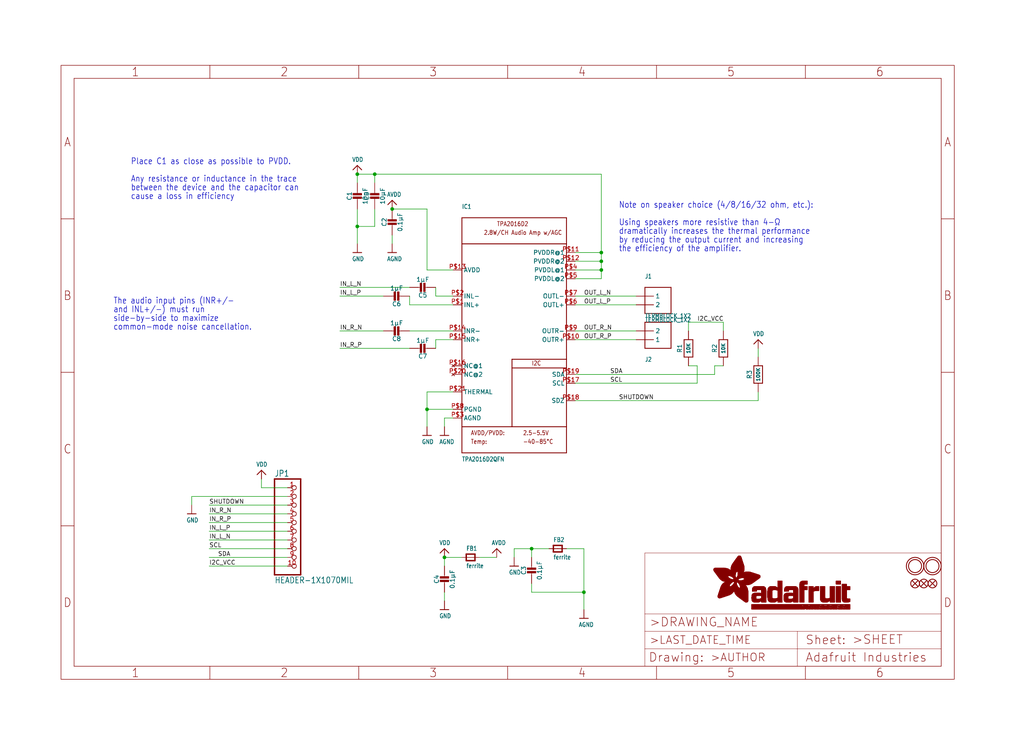
<source format=kicad_sch>
(kicad_sch (version 20211123) (generator eeschema)
  (paper "User" 298.45 217.881)
  (lib_symbols
    (symbol "schematicEagle-eagle-import:AGND" (power)
      (property "Value" "AGND" (at -1.524 -2.54 0))
      (symbol "AGND_1_0"
        (pin power_in line (at 0 2.54 270) (length 2.54) (name "AGND") (number "1"))
      )
    )
    (symbol "schematicEagle-eagle-import:AVDD" (power)
      (property "Value" "AVDD" (at -1.524 1.016 0))
      (symbol "AVDD_1_0"
        (pin power_in line (at 0 -2.54 90) (length 2.54) (name "AVDD") (number "1"))
      )
    )
    (symbol "schematicEagle-eagle-import:CAP_CERAMIC0805-NOOUTLINE"
      (property "Reference" "C" (at -2.29 1.25 90))
      (property "Value" "CAP_CERAMIC0805-NOOUTLINE" (at 2.3 1.25 90))
      (symbol "CAP_CERAMIC0805-NOOUTLINE_1_0"
        (pin passive line (at 0 5.08 270) (length 2.54) (name "1") (number "1"))
        (pin passive line (at 0 -2.54 90) (length 2.54) (name "2") (number "2"))
      )
    )
    (symbol "schematicEagle-eagle-import:FERRITE_0805MP"
      (property "Reference" "FB" (at -1.27 1.905 0))
      (property "Value" "FERRITE_0805MP" (at -1.27 -3.175 0))
      (symbol "FERRITE_0805MP_1_0"
        (pin passive line (at -2.54 0 0) (length 2.54) (name "P$1") (number "1"))
        (pin passive line (at 2.54 0 180) (length 2.54) (name "P$2") (number "2"))
      )
    )
    (symbol "schematicEagle-eagle-import:FIDUCIAL{dblquote}{dblquote}")
    (symbol "schematicEagle-eagle-import:FRAME_A4_ADAFRUIT"
      (symbol "FRAME_A4_ADAFRUIT_0_0"
        (text "1" (at 21.6958 1.905 0) (effects (font (size 2.54 2.286))))
        (text "1" (at 21.6958 177.165 0) (effects (font (size 2.54 2.286))))
        (text "2" (at 65.0875 1.905 0) (effects (font (size 2.54 2.286))))
        (text "2" (at 65.0875 177.165 0) (effects (font (size 2.54 2.286))))
        (text "3" (at 108.4792 1.905 0) (effects (font (size 2.54 2.286))))
        (text "3" (at 108.4792 177.165 0) (effects (font (size 2.54 2.286))))
        (text "4" (at 151.8708 1.905 0) (effects (font (size 2.54 2.286))))
        (text "4" (at 151.8708 177.165 0) (effects (font (size 2.54 2.286))))
        (text "5" (at 195.2625 1.905 0) (effects (font (size 2.54 2.286))))
        (text "5" (at 195.2625 177.165 0) (effects (font (size 2.54 2.286))))
        (text "6" (at 238.6542 1.905 0) (effects (font (size 2.54 2.286))))
        (text "6" (at 238.6542 177.165 0) (effects (font (size 2.54 2.286))))
        (text "A" (at 1.905 156.6863 0) (effects (font (size 2.54 2.286))))
        (text "A" (at 258.445 156.6863 0) (effects (font (size 2.54 2.286))))
        (text "B" (at 1.905 111.9188 0) (effects (font (size 2.54 2.286))))
        (text "B" (at 258.445 111.9188 0) (effects (font (size 2.54 2.286))))
        (text "C" (at 1.905 67.1513 0) (effects (font (size 2.54 2.286))))
        (text "C" (at 258.445 67.1513 0) (effects (font (size 2.54 2.286))))
        (text "D" (at 1.905 22.3838 0) (effects (font (size 2.54 2.286))))
        (text "D" (at 258.445 22.3838 0) (effects (font (size 2.54 2.286))))
      )
      (symbol "FRAME_A4_ADAFRUIT_1_0"
        (text ">AUTHOR" (at 189.23 5.08 0) (effects (font (size 2.286 2.286)) (justify left bottom)))
        (text ">DRAWING_NAME" (at 171.45 15.24 0) (effects (font (size 2.54 2.54)) (justify left bottom)))
        (text ">LAST_DATE_TIME" (at 171.45 10.16 0) (effects (font (size 2.286 2.286)) (justify left bottom)))
        (text ">SHEET" (at 230.505 10.16 0) (effects (font (size 2.54 2.54)) (justify left bottom)))
        (text "Adafruit Industries" (at 216.916 4.953 0) (effects (font (size 2.54 2.54)) (justify left bottom)))
        (text "Drawing:" (at 171.196 4.953 0) (effects (font (size 2.54 2.54)) (justify left bottom)))
        (text "Sheet:" (at 216.916 10.033 0) (effects (font (size 2.54 2.54)) (justify left bottom)))
      )
    )
    (symbol "schematicEagle-eagle-import:GND" (power)
      (property "Value" "GND" (at -1.524 -2.54 0))
      (symbol "GND_1_0"
        (pin power_in line (at 0 2.54 270) (length 2.54) (name "GND") (number "1"))
      )
    )
    (symbol "schematicEagle-eagle-import:HEADER-1X1070MIL"
      (property "Reference" "JP" (at -6.35 13.335 0))
      (property "Value" "HEADER-1X1070MIL" (at -6.35 -17.78 0))
      (symbol "HEADER-1X1070MIL_1_0"
        (pin passive inverted (at -2.54 10.16 0) (length 2.54) (name "1") (number "1"))
        (pin passive inverted (at -2.54 -12.7 0) (length 2.54) (name "10") (number "10"))
        (pin passive inverted (at -2.54 7.62 0) (length 2.54) (name "2") (number "2"))
        (pin passive inverted (at -2.54 5.08 0) (length 2.54) (name "3") (number "3"))
        (pin passive inverted (at -2.54 2.54 0) (length 2.54) (name "4") (number "4"))
        (pin passive inverted (at -2.54 0 0) (length 2.54) (name "5") (number "5"))
        (pin passive inverted (at -2.54 -2.54 0) (length 2.54) (name "6") (number "6"))
        (pin passive inverted (at -2.54 -5.08 0) (length 2.54) (name "7") (number "7"))
        (pin passive inverted (at -2.54 -7.62 0) (length 2.54) (name "8") (number "8"))
        (pin passive inverted (at -2.54 -10.16 0) (length 2.54) (name "9") (number "9"))
      )
    )
    (symbol "schematicEagle-eagle-import:MOUNTINGHOLE2.5_THICK")
    (symbol "schematicEagle-eagle-import:RESISTOR0805_NOOUTLINE"
      (property "Reference" "R" (at 0 2.54 0))
      (property "Value" "RESISTOR0805_NOOUTLINE" (at 0 0 0))
      (symbol "RESISTOR0805_NOOUTLINE_1_0"
        (pin passive line (at -5.08 0 0) (length 2.54) (name "1") (number "1"))
        (pin passive line (at 5.08 0 180) (length 2.54) (name "2") (number "2"))
      )
    )
    (symbol "schematicEagle-eagle-import:TERMBLOCK_1X2"
      (property "Reference" "X" (at -2.54 7.62 0))
      (property "Value" "TERMBLOCK_1X2" (at -2.54 -5.08 0))
      (symbol "TERMBLOCK_1X2_1_0"
        (pin passive line (at -5.08 2.54 0) (length 5.08) (name "1") (number "1"))
        (pin passive line (at -5.08 0 0) (length 5.08) (name "2") (number "2"))
      )
    )
    (symbol "schematicEagle-eagle-import:TPA2016D2QFN"
      (property "Reference" "IC" (at -15.24 33.02 0))
      (property "Value" "TPA2016D2QFN" (at -15.24 -40.64 0))
      (symbol "TPA2016D2QFN_1_0"
        (text "-40-85°C" (at 2.54 -35.56 0) (effects (font (size 1.27 1.0795)) (justify left bottom)))
        (text "2.5-5.5V" (at 2.54 -33.02 0) (effects (font (size 1.27 1.0795)) (justify left bottom)))
        (text "2.8W/CH Audio Amp w/AGC" (at -8.89 25.4 0) (effects (font (size 1.27 1.0795)) (justify left bottom)))
        (text "AVDD/PVDD:" (at -12.7 -33.02 0) (effects (font (size 1.27 1.0795)) (justify left bottom)))
        (text "I2C" (at 5.08 -12.7 0) (effects (font (size 1.27 1.0795)) (justify left bottom)))
        (text "Temp:" (at -12.7 -35.56 0) (effects (font (size 1.27 1.0795)) (justify left bottom)))
        (text "TPA2016D2" (at -5.08 27.94 0) (effects (font (size 1.27 1.0795)) (justify left bottom)))
        (pin input line (at -17.78 5.08 0) (length 2.54) (name "INL+") (number "P$1"))
        (pin output line (at 17.78 -5.08 180) (length 2.54) (name "OUTR+") (number "P$10"))
        (pin power_in line (at 17.78 20.32 180) (length 2.54) (name "PVDDR@1") (number "P$11"))
        (pin power_in line (at 17.78 17.78 180) (length 2.54) (name "PVDDR@2") (number "P$12"))
        (pin power_in line (at -17.78 15.24 0) (length 2.54) (name "AVDD") (number "P$13"))
        (pin input line (at -17.78 -2.54 0) (length 2.54) (name "INR-") (number "P$14"))
        (pin input line (at -17.78 -5.08 0) (length 2.54) (name "INR+") (number "P$15"))
        (pin no_connect line (at -17.78 -12.7 0) (length 2.54) (name "NC@1") (number "P$16"))
        (pin bidirectional line (at 17.78 -17.78 180) (length 2.54) (name "SCL") (number "P$17"))
        (pin input line (at 17.78 -22.86 180) (length 2.54) (name "SDZ") (number "P$18"))
        (pin bidirectional line (at 17.78 -15.24 180) (length 2.54) (name "SDA") (number "P$19"))
        (pin input line (at -17.78 7.62 0) (length 2.54) (name "INL-") (number "P$2"))
        (pin no_connect line (at -17.78 -15.24 0) (length 2.54) (name "NC@2") (number "P$20"))
        (pin bidirectional line (at -17.78 -20.32 0) (length 2.54) (name "THERMAL") (number "P$21"))
        (pin power_in line (at -17.78 -27.94 0) (length 2.54) (name "AGND") (number "P$3"))
        (pin power_in line (at 17.78 15.24 180) (length 2.54) (name "PVDDL@1") (number "P$4"))
        (pin power_in line (at 17.78 12.7 180) (length 2.54) (name "PVDDL@2") (number "P$5"))
        (pin output line (at 17.78 5.08 180) (length 2.54) (name "OUTL+") (number "P$6"))
        (pin output line (at 17.78 7.62 180) (length 2.54) (name "OUTL-") (number "P$7"))
        (pin power_in line (at -17.78 -25.4 0) (length 2.54) (name "PGND") (number "P$8"))
        (pin output line (at 17.78 -2.54 180) (length 2.54) (name "OUTR-") (number "P$9"))
      )
    )
    (symbol "schematicEagle-eagle-import:VDD" (power)
      (property "Value" "VDD" (at -1.524 1.016 0))
      (symbol "VDD_1_0"
        (pin power_in line (at 0 -2.54 90) (length 2.54) (name "VDD") (number "1"))
      )
    )
  )
  (junction (at 109.22 50.8))
  (junction (at 170.18 172.72))
  (junction (at 114.3 60.96))
  (junction (at 175.26 78.74))
  (junction (at 175.26 73.66))
  (junction (at 124.46 119.38))
  (junction (at 129.54 162.56))
  (junction (at 104.14 50.8))
  (junction (at 104.14 66.04))
  (junction (at 154.94 160.02))
  (junction (at 175.26 76.2))
  (wire (pts (xy 83.82 149.86) (xy 60.96 149.86)))
  (wire (pts (xy 55.88 144.78) (xy 83.82 144.78)))
  (wire (pts (xy 119.38 96.52) (xy 132.08 96.52)))
  (wire (pts (xy 154.94 160.02) (xy 149.86 160.02)))
  (wire (pts (xy 167.64 99.06) (xy 185.42 99.06)))
  (wire (pts (xy 132.08 78.74) (xy 124.46 78.74)))
  (wire (pts (xy 132.08 114.3) (xy 124.46 114.3)))
  (wire (pts (xy 160.02 160.02) (xy 154.94 160.02)))
  (wire (pts (xy 175.26 76.2) (xy 175.26 78.74)))
  (wire (pts (xy 124.46 114.3) (xy 124.46 119.38)))
  (wire (pts (xy 111.76 86.36) (xy 99.06 86.36)))
  (wire (pts (xy 109.22 53.34) (xy 109.22 50.8)))
  (wire (pts (xy 132.08 86.36) (xy 127 86.36)))
  (wire (pts (xy 203.2 111.76) (xy 203.2 106.68)))
  (wire (pts (xy 200.66 96.52) (xy 200.66 93.98)))
  (wire (pts (xy 83.82 152.4) (xy 60.96 152.4)))
  (wire (pts (xy 149.86 160.02) (xy 149.86 162.56)))
  (wire (pts (xy 83.82 154.94) (xy 60.96 154.94)))
  (wire (pts (xy 129.54 172.72) (xy 129.54 175.26)))
  (wire (pts (xy 132.08 121.92) (xy 129.54 121.92)))
  (wire (pts (xy 127 101.6) (xy 127 99.06)))
  (wire (pts (xy 154.94 160.02) (xy 154.94 162.56)))
  (wire (pts (xy 109.22 66.04) (xy 109.22 60.96)))
  (wire (pts (xy 167.64 116.84) (xy 220.98 116.84)))
  (wire (pts (xy 55.88 144.78) (xy 55.88 147.32)))
  (wire (pts (xy 99.06 83.82) (xy 119.38 83.82)))
  (wire (pts (xy 170.18 172.72) (xy 170.18 177.8)))
  (wire (pts (xy 104.14 60.96) (xy 104.14 66.04)))
  (wire (pts (xy 220.98 116.84) (xy 220.98 114.3)))
  (wire (pts (xy 60.96 162.56) (xy 83.82 162.56)))
  (wire (pts (xy 111.76 96.52) (xy 99.06 96.52)))
  (wire (pts (xy 167.64 111.76) (xy 203.2 111.76)))
  (wire (pts (xy 119.38 86.36) (xy 119.38 88.9)))
  (wire (pts (xy 104.14 66.04) (xy 109.22 66.04)))
  (wire (pts (xy 109.22 50.8) (xy 175.26 50.8)))
  (wire (pts (xy 104.14 66.04) (xy 104.14 71.12)))
  (wire (pts (xy 124.46 119.38) (xy 124.46 124.46)))
  (wire (pts (xy 139.7 162.56) (xy 144.78 162.56)))
  (wire (pts (xy 124.46 78.74) (xy 124.46 60.96)))
  (wire (pts (xy 127 86.36) (xy 127 83.82)))
  (wire (pts (xy 175.26 76.2) (xy 167.64 76.2)))
  (wire (pts (xy 124.46 60.96) (xy 114.3 60.96)))
  (wire (pts (xy 165.1 160.02) (xy 170.18 160.02)))
  (wire (pts (xy 208.28 109.22) (xy 208.28 106.68)))
  (wire (pts (xy 167.64 109.22) (xy 208.28 109.22)))
  (wire (pts (xy 203.2 106.68) (xy 200.66 106.68)))
  (wire (pts (xy 167.64 96.52) (xy 185.42 96.52)))
  (wire (pts (xy 154.94 172.72) (xy 170.18 172.72)))
  (wire (pts (xy 83.82 142.24) (xy 76.2 142.24)))
  (wire (pts (xy 167.64 73.66) (xy 175.26 73.66)))
  (wire (pts (xy 83.82 157.48) (xy 60.96 157.48)))
  (wire (pts (xy 210.82 93.98) (xy 200.66 93.98)))
  (wire (pts (xy 175.26 73.66) (xy 175.26 76.2)))
  (wire (pts (xy 83.82 147.32) (xy 60.96 147.32)))
  (wire (pts (xy 220.98 101.6) (xy 220.98 104.14)))
  (wire (pts (xy 132.08 119.38) (xy 124.46 119.38)))
  (wire (pts (xy 119.38 88.9) (xy 132.08 88.9)))
  (wire (pts (xy 129.54 162.56) (xy 134.62 162.56)))
  (wire (pts (xy 129.54 162.56) (xy 129.54 165.1)))
  (wire (pts (xy 175.26 81.28) (xy 167.64 81.28)))
  (wire (pts (xy 99.06 101.6) (xy 119.38 101.6)))
  (wire (pts (xy 104.14 50.8) (xy 104.14 53.34)))
  (wire (pts (xy 83.82 160.02) (xy 60.96 160.02)))
  (wire (pts (xy 154.94 170.18) (xy 154.94 172.72)))
  (wire (pts (xy 129.54 121.92) (xy 129.54 124.46)))
  (wire (pts (xy 175.26 50.8) (xy 175.26 73.66)))
  (wire (pts (xy 127 99.06) (xy 132.08 99.06)))
  (wire (pts (xy 170.18 160.02) (xy 170.18 172.72)))
  (wire (pts (xy 83.82 165.1) (xy 60.96 165.1)))
  (wire (pts (xy 114.3 68.58) (xy 114.3 71.12)))
  (wire (pts (xy 76.2 142.24) (xy 76.2 139.7)))
  (wire (pts (xy 208.28 106.68) (xy 210.82 106.68)))
  (wire (pts (xy 167.64 86.36) (xy 185.42 86.36)))
  (wire (pts (xy 167.64 78.74) (xy 175.26 78.74)))
  (wire (pts (xy 210.82 96.52) (xy 210.82 93.98)))
  (wire (pts (xy 175.26 78.74) (xy 175.26 81.28)))
  (wire (pts (xy 167.64 88.9) (xy 185.42 88.9)))
  (wire (pts (xy 104.14 50.8) (xy 109.22 50.8)))
  (text "the efficiency of the amplifier." (at 180.34 73.66 180) (effects (font (size 1.778 1.5113)) (justify left bottom)))
  (text "The audio input pins (INR+/-" (at 33.02 88.9 180) (effects (font (size 1.778 1.5113)) (justify left bottom)))
  (text "Note on speaker choice (4/8/16/32 ohm, etc.):" (at 180.34 60.96 180) (effects (font (size 1.778 1.5113)) (justify left bottom)))
  (text "Any resistance or inductance in the trace" (at 38.1 53.34 180) (effects (font (size 1.778 1.5113)) (justify left bottom)))
  (text "Using speakers more resistive than 4-Ω" (at 180.34 66.04 180) (effects (font (size 1.778 1.5113)) (justify left bottom)))
  (text "between the device and the capacitor can" (at 38.1 55.88 180) (effects (font (size 1.778 1.5113)) (justify left bottom)))
  (text "cause a loss in efficiency" (at 38.1 58.42 180) (effects (font (size 1.778 1.5113)) (justify left bottom)))
  (text "and INL+/-) must run" (at 33.02 91.44 180) (effects (font (size 1.778 1.5113)) (justify left bottom)))
  (text "common-mode noise cancellation." (at 33.02 96.52 180) (effects (font (size 1.778 1.5113)) (justify left bottom)))
  (text "by reducing the output current and increasing" (at 180.34 71.12 180) (effects (font (size 1.778 1.5113)) (justify left bottom)))
  (text "Place C1 as close as possible to PVDD." (at 38.1 48.26 180) (effects (font (size 1.778 1.5113)) (justify left bottom)))
  (text "side-by-side to maximize" (at 33.02 93.98 180) (effects (font (size 1.778 1.5113)) (justify left bottom)))
  (text "dramatically increases the thermal performance" (at 180.34 68.58 180) (effects (font (size 1.778 1.5113)) (justify left bottom)))
  (label "SDA" (at 63.5 162.56 0) (effects (font (size 1.2446 1.2446))))
  (label "IN_L_N" (at 99.06 83.82 0) (effects (font (size 1.2446 1.2446))))
  (label "OUT_L_P" (at 170.18 88.9 0) (effects (font (size 1.2446 1.2446))))
  (label "OUT_L_N" (at 170.18 86.36 0) (effects (font (size 1.2446 1.2446))))
  (label "IN_L_N" (at 60.96 157.48 0) (effects (font (size 1.2446 1.2446))))
  (label "OUT_R_N" (at 170.18 96.52 0) (effects (font (size 1.2446 1.2446))))
  (label "IN_R_N" (at 99.06 96.52 0) (effects (font (size 1.2446 1.2446))))
  (label "I2C_VCC" (at 60.96 165.1 0) (effects (font (size 1.2446 1.2446))))
  (label "IN_L_P" (at 60.96 154.94 0) (effects (font (size 1.2446 1.2446))))
  (label "IN_R_N" (at 60.96 149.86 0) (effects (font (size 1.2446 1.2446))))
  (label "SHUTDOWN" (at 180.34 116.84 0) (effects (font (size 1.2446 1.2446))))
  (label "OUT_R_P" (at 170.18 99.06 0) (effects (font (size 1.2446 1.2446))))
  (label "I2C_VCC" (at 203.2 93.98 0) (effects (font (size 1.2446 1.2446))))
  (label "SHUTDOWN" (at 60.96 147.32 0) (effects (font (size 1.2446 1.2446))))
  (label "IN_R_P" (at 99.06 101.6 0) (effects (font (size 1.2446 1.2446))))
  (label "IN_L_P" (at 99.06 86.36 0) (effects (font (size 1.2446 1.2446))))
  (label "SCL" (at 177.8 111.76 0) (effects (font (size 1.2446 1.2446))))
  (label "SDA" (at 177.8 109.22 0) (effects (font (size 1.2446 1.2446))))
  (label "IN_R_P" (at 60.96 152.4 0) (effects (font (size 1.2446 1.2446))))
  (label "SCL" (at 60.96 160.02 0) (effects (font (size 1.2446 1.2446))))
  (symbol (lib_id "schematicEagle-eagle-import:CAP_CERAMIC0805-NOOUTLINE") (at 104.14 58.42 0) (unit 1)
    (property "Reference" "C1" (at 101.85 57.17 90))
    (property "Value" "10µF" (at 106.44 57.17 90))
    (property "Footprint" "schematicEagle:0805-NO" (effects hide))
  )
  (symbol (lib_id "schematicEagle-eagle-import:RESISTOR0805_NOOUTLINE") (at 200.66 101.6 90) (unit 1)
    (property "Reference" "R1" (at 198.12 101.6 0))
    (property "Value" "10K" (at 200.66 101.6 0) (effects (font (size 1.016 1.016) bold)))
    (property "Footprint" "schematicEagle:0805-NO" (effects hide))
  )
  (symbol (lib_id "schematicEagle-eagle-import:VDD") (at 76.2 137.16 0) (unit 1)
    (property "Reference" "#U$18" (effects hide))
    (property "Value" "VDD" (at 74.676 136.144 0) (effects (font (size 1.27 1.0795)) (justify left bottom)))
    (property "Footprint" "schematicEagle:" (effects hide))
  )
  (symbol (lib_id "schematicEagle-eagle-import:TERMBLOCK_1X2") (at 190.5 96.52 0) (mirror x) (unit 1)
    (property "Reference" "J2" (at 187.96 104.14 0) (effects (font (size 1.27 1.0795)) (justify left bottom)))
    (property "Value" "TERMBLOCK_1X2" (at 187.96 91.44 0) (effects (font (size 1.27 1.0795)) (justify left bottom)))
    (property "Footprint" "schematicEagle:TERMBLOCK_1X2-3.5MM" (effects hide))
  )
  (symbol (lib_id "schematicEagle-eagle-import:TERMBLOCK_1X2") (at 190.5 88.9 0) (unit 1)
    (property "Reference" "J1" (at 187.96 81.28 0) (effects (font (size 1.27 1.0795)) (justify left bottom)))
    (property "Value" "TERMBLOCK_1X2" (at 187.96 93.98 0) (effects (font (size 1.27 1.0795)) (justify left bottom)))
    (property "Footprint" "schematicEagle:TERMBLOCK_1X2-3.5MM" (effects hide))
  )
  (symbol (lib_id "schematicEagle-eagle-import:FIDUCIAL{dblquote}{dblquote}") (at 269.24 170.18 0) (unit 1)
    (property "Reference" "FID2" (effects hide))
    (property "Value" "FIDUCIAL{dblquote}{dblquote}" (effects hide))
    (property "Footprint" "schematicEagle:FIDUCIAL_1MM" (effects hide))
  )
  (symbol (lib_id "schematicEagle-eagle-import:FIDUCIAL{dblquote}{dblquote}") (at 271.78 170.18 0) (unit 1)
    (property "Reference" "FID1" (effects hide))
    (property "Value" "FIDUCIAL{dblquote}{dblquote}" (effects hide))
    (property "Footprint" "schematicEagle:FIDUCIAL_1MM" (effects hide))
  )
  (symbol (lib_id "schematicEagle-eagle-import:GND") (at 149.86 165.1 0) (unit 1)
    (property "Reference" "#U$6" (effects hide))
    (property "Value" "GND" (at 148.336 167.64 0) (effects (font (size 1.27 1.0795)) (justify left bottom)))
    (property "Footprint" "schematicEagle:" (effects hide))
  )
  (symbol (lib_id "schematicEagle-eagle-import:HEADER-1X1070MIL") (at 86.36 152.4 0) (unit 1)
    (property "Reference" "JP1" (at 80.01 139.065 0) (effects (font (size 1.778 1.5113)) (justify left bottom)))
    (property "Value" "HEADER-1X1070MIL" (at 80.01 170.18 0) (effects (font (size 1.778 1.5113)) (justify left bottom)))
    (property "Footprint" "schematicEagle:1X10_ROUND70" (effects hide))
  )
  (symbol (lib_id "schematicEagle-eagle-import:GND") (at 55.88 149.86 0) (unit 1)
    (property "Reference" "#U$19" (effects hide))
    (property "Value" "GND" (at 54.356 152.4 0) (effects (font (size 1.27 1.0795)) (justify left bottom)))
    (property "Footprint" "schematicEagle:" (effects hide))
  )
  (symbol (lib_id "schematicEagle-eagle-import:MOUNTINGHOLE2.5_THICK") (at 266.7 165.1 0) (unit 1)
    (property "Reference" "U$21" (effects hide))
    (property "Value" "MOUNTINGHOLE2.5_THICK" (effects hide))
    (property "Footprint" "schematicEagle:MOUNTINGHOLE_2.5_PLATED_THICK" (effects hide))
  )
  (symbol (lib_id "schematicEagle-eagle-import:CAP_CERAMIC0805-NOOUTLINE") (at 129.54 170.18 0) (unit 1)
    (property "Reference" "C4" (at 127.25 168.93 90))
    (property "Value" "0.1µF" (at 131.84 168.93 90))
    (property "Footprint" "schematicEagle:0805-NO" (effects hide))
  )
  (symbol (lib_id "schematicEagle-eagle-import:AGND") (at 114.3 73.66 0) (unit 1)
    (property "Reference" "#U$16" (effects hide))
    (property "Value" "AGND" (at 112.776 76.2 0) (effects (font (size 1.27 1.0795)) (justify left bottom)))
    (property "Footprint" "schematicEagle:" (effects hide))
  )
  (symbol (lib_id "schematicEagle-eagle-import:CAP_CERAMIC0805-NOOUTLINE") (at 116.84 86.36 90) (unit 1)
    (property "Reference" "C6" (at 115.59 88.65 90))
    (property "Value" "1µF" (at 115.59 84.06 90))
    (property "Footprint" "schematicEagle:0805-NO" (effects hide))
  )
  (symbol (lib_id "schematicEagle-eagle-import:VDD") (at 220.98 99.06 0) (unit 1)
    (property "Reference" "#U$2" (effects hide))
    (property "Value" "VDD" (at 219.456 98.044 0) (effects (font (size 1.27 1.0795)) (justify left bottom)))
    (property "Footprint" "schematicEagle:" (effects hide))
  )
  (symbol (lib_id "schematicEagle-eagle-import:AGND") (at 170.18 180.34 0) (unit 1)
    (property "Reference" "#U$8" (effects hide))
    (property "Value" "AGND" (at 168.656 182.88 0) (effects (font (size 1.27 1.0795)) (justify left bottom)))
    (property "Footprint" "schematicEagle:" (effects hide))
  )
  (symbol (lib_id "schematicEagle-eagle-import:CAP_CERAMIC0805-NOOUTLINE") (at 116.84 96.52 90) (unit 1)
    (property "Reference" "C8" (at 115.59 98.81 90))
    (property "Value" "1µF" (at 115.59 94.22 90))
    (property "Footprint" "schematicEagle:0805-NO" (effects hide))
  )
  (symbol (lib_id "schematicEagle-eagle-import:CAP_CERAMIC0805-NOOUTLINE") (at 114.3 66.04 0) (unit 1)
    (property "Reference" "C2" (at 112.01 64.79 90))
    (property "Value" "0.1µF" (at 116.6 64.79 90))
    (property "Footprint" "schematicEagle:0805-NO" (effects hide))
  )
  (symbol (lib_id "schematicEagle-eagle-import:FERRITE_0805MP") (at 137.16 162.56 0) (unit 1)
    (property "Reference" "FB1" (at 135.89 160.655 0) (effects (font (size 1.27 1.0795)) (justify left bottom)))
    (property "Value" "ferrite" (at 135.89 165.735 0) (effects (font (size 1.27 1.0795)) (justify left bottom)))
    (property "Footprint" "schematicEagle:_0805MP" (effects hide))
  )
  (symbol (lib_id "schematicEagle-eagle-import:FRAME_A4_ADAFRUIT") (at 17.78 198.12 0) (unit 1)
    (property "Reference" "#U$1" (effects hide))
    (property "Value" "FRAME_A4_ADAFRUIT" (effects hide))
    (property "Footprint" "schematicEagle:" (effects hide))
  )
  (symbol (lib_id "schematicEagle-eagle-import:MOUNTINGHOLE2.5_THICK") (at 271.78 165.1 0) (unit 1)
    (property "Reference" "U$20" (effects hide))
    (property "Value" "MOUNTINGHOLE2.5_THICK" (effects hide))
    (property "Footprint" "schematicEagle:MOUNTINGHOLE_2.5_PLATED_THICK" (effects hide))
  )
  (symbol (lib_id "schematicEagle-eagle-import:VDD") (at 104.14 48.26 0) (unit 1)
    (property "Reference" "#U$10" (effects hide))
    (property "Value" "VDD" (at 102.616 47.244 0) (effects (font (size 1.27 1.0795)) (justify left bottom)))
    (property "Footprint" "schematicEagle:" (effects hide))
  )
  (symbol (lib_id "schematicEagle-eagle-import:RESISTOR0805_NOOUTLINE") (at 220.98 109.22 90) (unit 1)
    (property "Reference" "R3" (at 218.44 109.22 0))
    (property "Value" "100K" (at 220.98 109.22 0) (effects (font (size 1.016 1.016) bold)))
    (property "Footprint" "schematicEagle:0805-NO" (effects hide))
  )
  (symbol (lib_id "schematicEagle-eagle-import:TPA2016D2QFN") (at 149.86 93.98 0) (unit 1)
    (property "Reference" "IC1" (at 134.62 60.96 0) (effects (font (size 1.27 1.0795)) (justify left bottom)))
    (property "Value" "TPA2016D2QFN" (at 134.62 134.62 0) (effects (font (size 1.27 1.0795)) (justify left bottom)))
    (property "Footprint" "schematicEagle:QFN20_4MM" (effects hide))
  )
  (symbol (lib_id "schematicEagle-eagle-import:CAP_CERAMIC0805-NOOUTLINE") (at 124.46 101.6 90) (unit 1)
    (property "Reference" "C7" (at 123.21 103.89 90))
    (property "Value" "1µF" (at 123.21 99.3 90))
    (property "Footprint" "schematicEagle:0805-NO" (effects hide))
  )
  (symbol (lib_id "schematicEagle-eagle-import:CAP_CERAMIC0805-NOOUTLINE") (at 154.94 167.64 0) (unit 1)
    (property "Reference" "C3" (at 152.65 166.39 90))
    (property "Value" "0.1µF" (at 157.24 166.39 90))
    (property "Footprint" "schematicEagle:0805-NO" (effects hide))
  )
  (symbol (lib_id "schematicEagle-eagle-import:VDD") (at 129.54 160.02 0) (unit 1)
    (property "Reference" "#U$7" (effects hide))
    (property "Value" "VDD" (at 128.016 159.004 0) (effects (font (size 1.27 1.0795)) (justify left bottom)))
    (property "Footprint" "schematicEagle:" (effects hide))
  )
  (symbol (lib_id "schematicEagle-eagle-import:FERRITE_0805MP") (at 162.56 160.02 0) (unit 1)
    (property "Reference" "FB2" (at 161.29 158.115 0) (effects (font (size 1.27 1.0795)) (justify left bottom)))
    (property "Value" "ferrite" (at 161.29 163.195 0) (effects (font (size 1.27 1.0795)) (justify left bottom)))
    (property "Footprint" "schematicEagle:_0805MP" (effects hide))
  )
  (symbol (lib_id "schematicEagle-eagle-import:GND") (at 104.14 73.66 0) (unit 1)
    (property "Reference" "#U$11" (effects hide))
    (property "Value" "GND" (at 102.616 76.2 0) (effects (font (size 1.27 1.0795)) (justify left bottom)))
    (property "Footprint" "schematicEagle:" (effects hide))
  )
  (symbol (lib_id "schematicEagle-eagle-import:GND") (at 124.46 127 0) (unit 1)
    (property "Reference" "#U$5" (effects hide))
    (property "Value" "GND" (at 122.936 129.54 0) (effects (font (size 1.27 1.0795)) (justify left bottom)))
    (property "Footprint" "schematicEagle:" (effects hide))
  )
  (symbol (lib_id "schematicEagle-eagle-import:AVDD") (at 114.3 58.42 0) (unit 1)
    (property "Reference" "#U$15" (effects hide))
    (property "Value" "AVDD" (at 112.776 57.404 0) (effects (font (size 1.27 1.0795)) (justify left bottom)))
    (property "Footprint" "schematicEagle:" (effects hide))
  )
  (symbol (lib_id "schematicEagle-eagle-import:AGND") (at 129.54 127 0) (unit 1)
    (property "Reference" "#U$14" (effects hide))
    (property "Value" "AGND" (at 128.016 129.54 0) (effects (font (size 1.27 1.0795)) (justify left bottom)))
    (property "Footprint" "schematicEagle:" (effects hide))
  )
  (symbol (lib_id "schematicEagle-eagle-import:RESISTOR0805_NOOUTLINE") (at 210.82 101.6 90) (unit 1)
    (property "Reference" "R2" (at 208.28 101.6 0))
    (property "Value" "10K" (at 210.82 101.6 0) (effects (font (size 1.016 1.016) bold)))
    (property "Footprint" "schematicEagle:0805-NO" (effects hide))
  )
  (symbol (lib_id "schematicEagle-eagle-import:FIDUCIAL{dblquote}{dblquote}") (at 266.7 170.18 0) (unit 1)
    (property "Reference" "FID3" (effects hide))
    (property "Value" "FIDUCIAL{dblquote}{dblquote}" (effects hide))
    (property "Footprint" "schematicEagle:FIDUCIAL_1MM" (effects hide))
    (property "Value" "FIDUCIAL{dblquote}{dblquote}" (effects hide))
  )
  (symbol (lib_id "schematicEagle-eagle-import:CAP_CERAMIC0805-NOOUTLINE") (at 124.46 83.82 90) (unit 1)
    (property "Reference" "C5" (at 123.21 86.11 90))
    (property "Value" "1µF" (at 123.21 81.52 90))
    (property "Footprint" "schematicEagle:0805-NO" (effects hide))
  )
  (symbol (lib_id "schematicEagle-eagle-import:AVDD") (at 144.78 160.02 0) (unit 1)
    (property "Reference" "#U$9" (effects hide))
    (property "Value" "AVDD" (at 143.256 159.004 0) (effects (font (size 1.27 1.0795)) (justify left bottom)))
    (property "Footprint" "schematicEagle:" (effects hide))
  )
  (symbol (lib_id "schematicEagle-eagle-import:GND") (at 129.54 177.8 0) (unit 1)
    (property "Reference" "#U$17" (effects hide))
    (property "Value" "GND" (at 128.016 180.34 0) (effects (font (size 1.27 1.0795)) (justify left bottom)))
    (property "Footprint" "schematicEagle:" (effects hide))
  )
  (symbol (lib_id "schematicEagle-eagle-import:CAP_CERAMIC0805-NOOUTLINE") (at 109.22 58.42 0) (unit 1)
    (property "Reference" "C9" (at 106.93 57.17 90))
    (property "Value" "10µF" (at 111.52 57.17 90))
    (property "Footprint" "schematicEagle:0805-NO" (effects hide))
  )
)
</source>
